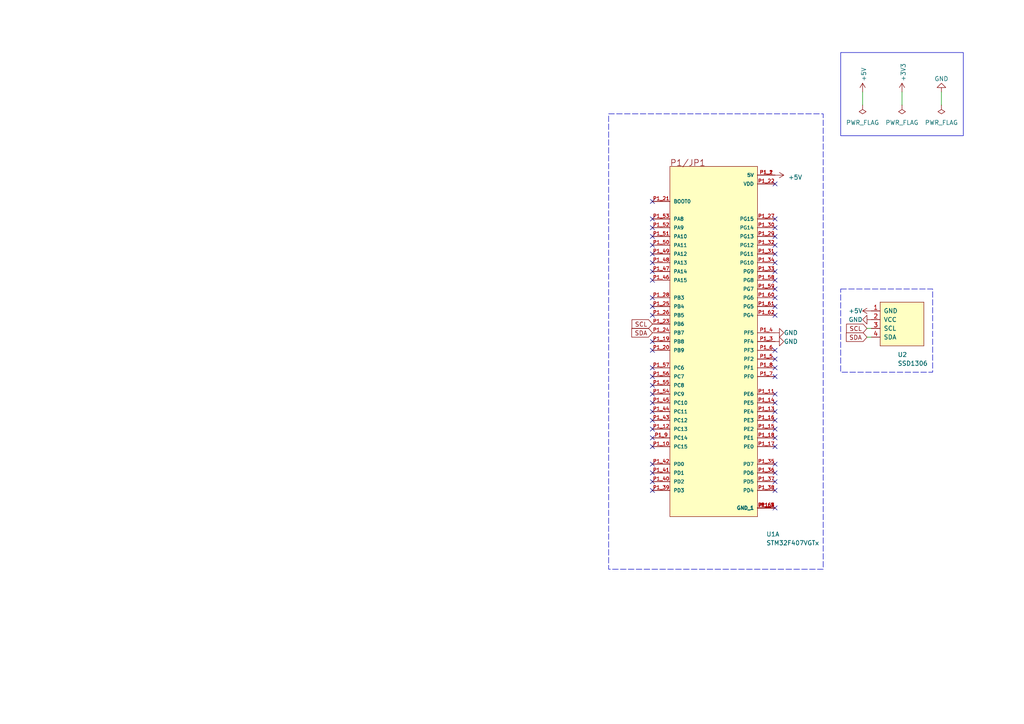
<source format=kicad_sch>
(kicad_sch (version 20230121) (generator eeschema)
  (paper "A4")
  (title_block (title "Phase D STM32 OLED SHIELD ") (rev "1"))
  (lib_symbols
    (symbol "+5V_1" (power) (pin_names (offset 0))
      (property "Value" "+5V_1" (at 0 3.556 0))
      (symbol "+5V_1_0_1"
        (polyline (pts (xy -0.762 1.27) (xy 0 2.54)))
        (polyline (pts (xy 0 0) (xy 0 2.54)))
        (polyline (pts (xy 0 2.54) (xy 0.762 1.27)))
      )
      (symbol "+5V_1_1_1"
        (pin power_in line (at 0 0 90) (length 0) hide (name "+5V") (number "1"))
      )
    )
    (symbol "+5V_2" (power) (pin_names (offset 0))
      (property "Value" "+5V_2" (at 0 3.556 0))
      (symbol "+5V_2_0_1"
        (polyline (pts (xy -0.762 1.27) (xy 0 2.54)))
        (polyline (pts (xy 0 0) (xy 0 2.54)))
        (polyline (pts (xy 0 2.54) (xy 0.762 1.27)))
      )
      (symbol "+5V_2_1_1"
        (pin power_in line (at 0 0 90) (length 0) hide (name "+5V") (number "1"))
      )
    )
    (symbol "GND_1" (power) (pin_names (offset 0))
      (property "Value" "GND_1" (at 0 -3.81 0))
      (symbol "GND_1_0_1"
        (polyline (pts (xy 0 0) (xy 0 -1.27) (xy 1.27 -1.27) (xy 0 -2.54) (xy -1.27 -1.27) (xy 0 -1.27)))
      )
      (symbol "GND_1_1_1"
        (pin power_in line (at 0 0 270) (length 0) hide (name "GND") (number "1"))
      )
    )
    (symbol "SSD1306-128x64_OLED:SSD1306" (pin_names (offset 1.016))
      (property "Reference" "Brd" (at 0 -3.81 0))
      (property "Value" "SSD1306" (at 0 -1.27 0))
      (symbol "SSD1306_0_1"
        (rectangle (start -6.35 6.35) (end 6.35 -6.35) (fill (type background)))
      )
      (symbol "SSD1306_1_1"
        (pin input line (at -3.81 8.89 270) (length 2.54) (name "GND") (number "1"))
        (pin input line (at -1.27 8.89 270) (length 2.54) (name "VCC") (number "2"))
        (pin input line (at 1.27 8.89 270) (length 2.54) (name "SCL") (number "3"))
        (pin input line (at 3.81 8.89 270) (length 2.54) (name "SDA") (number "4"))
      )
    )
    (symbol "STM32F429I-DISC1:STM32F429I-DISC1" (pin_names (offset 1.016))
      (property "Reference" "U" (at -12.7 53.34 0))
      (property "Value" "STM32F429I-DISC1" (at -12.7 -53.34 0))
      (symbol "STM32F429I-DISC1_1_0"
        (rectangle (start -12.7 -50.8) (end 12.7 50.8) (stroke (width 0.1524)) (fill (type background)))
        (text "P1/JP1" (at -12.7 50.8 0) (effects (font (size 1.778 1.778)) (justify left bottom)))
        (pin power_in line (at 17.78 -48.26 180) (length 5.08) (name "GND_1") (number "JP1_1"))
        (pin power_in line (at 17.78 -48.26 180) (length 5.08) (name "GND_1") (number "JP1_2"))
        (pin power_in line (at 17.78 48.26 180) (length 5.08) (name "5V") (number "P1_1"))
        (pin bidirectional line (at -17.78 -30.48 0) (length 5.08) (name "PC15") (number "P1_10"))
        (pin bidirectional line (at 17.78 -15.24 180) (length 5.08) (name "PE6") (number "P1_11"))
        (pin bidirectional line (at -17.78 -25.4 0) (length 5.08) (name "PC13") (number "P1_12"))
        (pin bidirectional line (at 17.78 -20.32 180) (length 5.08) (name "PE4") (number "P1_13"))
        (pin bidirectional line (at 17.78 -17.78 180) (length 5.08) (name "PE5") (number "P1_14"))
        (pin bidirectional line (at 17.78 -25.4 180) (length 5.08) (name "PE2") (number "P1_15"))
        (pin bidirectional line (at 17.78 -22.86 180) (length 5.08) (name "PE3") (number "P1_16"))
        (pin bidirectional line (at 17.78 -30.48 180) (length 5.08) (name "PE0") (number "P1_17"))
        (pin bidirectional line (at 17.78 -27.94 180) (length 5.08) (name "PE1") (number "P1_18"))
        (pin bidirectional line (at -17.78 0 0) (length 5.08) (name "PB8") (number "P1_19"))
        (pin power_in line (at 17.78 48.26 180) (length 5.08) (name "5V") (number "P1_2"))
        (pin bidirectional line (at -17.78 -2.54 0) (length 5.08) (name "PB9") (number "P1_20"))
        (pin input line (at -17.78 40.64 0) (length 5.08) (name "BOOT0") (number "P1_21"))
        (pin power_in line (at 17.78 45.72 180) (length 5.08) (name "VDD") (number "P1_22"))
        (pin bidirectional line (at -17.78 5.08 0) (length 5.08) (name "PB6") (number "P1_23"))
        (pin bidirectional line (at -17.78 2.54 0) (length 5.08) (name "PB7") (number "P1_24"))
        (pin bidirectional line (at -17.78 10.16 0) (length 5.08) (name "PB4") (number "P1_25"))
        (pin bidirectional line (at -17.78 7.62 0) (length 5.08) (name "PB5") (number "P1_26"))
        (pin bidirectional line (at 17.78 35.56 180) (length 5.08) (name "PG15") (number "P1_27"))
        (pin bidirectional line (at -17.78 12.7 0) (length 5.08) (name "PB3") (number "P1_28"))
        (pin bidirectional line (at 17.78 30.48 180) (length 5.08) (name "PG13") (number "P1_29"))
        (pin bidirectional line (at 17.78 0 180) (length 5.08) (name "PF4") (number "P1_3"))
        (pin bidirectional line (at 17.78 33.02 180) (length 5.08) (name "PG14") (number "P1_30"))
        (pin bidirectional line (at 17.78 25.4 180) (length 5.08) (name "PG11") (number "P1_31"))
        (pin bidirectional line (at 17.78 27.94 180) (length 5.08) (name "PG12") (number "P1_32"))
        (pin bidirectional line (at 17.78 20.32 180) (length 5.08) (name "PG9") (number "P1_33"))
        (pin bidirectional line (at 17.78 22.86 180) (length 5.08) (name "PG10") (number "P1_34"))
        (pin bidirectional line (at 17.78 -35.56 180) (length 5.08) (name "PD7") (number "P1_35"))
        (pin bidirectional line (at 17.78 -38.1 180) (length 5.08) (name "PD6") (number "P1_36"))
        (pin bidirectional line (at 17.78 -40.64 180) (length 5.08) (name "PD5") (number "P1_37"))
        (pin bidirectional line (at 17.78 -43.18 180) (length 5.08) (name "PD4") (number "P1_38"))
        (pin bidirectional line (at -17.78 -43.18 0) (length 5.08) (name "PD3") (number "P1_39"))
        (pin bidirectional line (at 17.78 2.54 180) (length 5.08) (name "PF5") (number "P1_4"))
        (pin bidirectional line (at -17.78 -40.64 0) (length 5.08) (name "PD2") (number "P1_40"))
        (pin bidirectional line (at -17.78 -38.1 0) (length 5.08) (name "PD1") (number "P1_41"))
        (pin bidirectional line (at -17.78 -35.56 0) (length 5.08) (name "PD0") (number "P1_42"))
        (pin bidirectional line (at -17.78 -22.86 0) (length 5.08) (name "PC12") (number "P1_43"))
        (pin bidirectional line (at -17.78 -20.32 0) (length 5.08) (name "PC11") (number "P1_44"))
        (pin bidirectional line (at -17.78 -17.78 0) (length 5.08) (name "PC10") (number "P1_45"))
        (pin bidirectional line (at -17.78 17.78 0) (length 5.08) (name "PA15") (number "P1_46"))
        (pin bidirectional line (at -17.78 20.32 0) (length 5.08) (name "PA14") (number "P1_47"))
        (pin bidirectional line (at -17.78 22.86 0) (length 5.08) (name "PA13") (number "P1_48"))
        (pin bidirectional line (at -17.78 25.4 0) (length 5.08) (name "PA12") (number "P1_49"))
        (pin bidirectional line (at 17.78 -5.08 180) (length 5.08) (name "PF2") (number "P1_5"))
        (pin bidirectional line (at -17.78 27.94 0) (length 5.08) (name "PA11") (number "P1_50"))
        (pin bidirectional line (at -17.78 30.48 0) (length 5.08) (name "PA10") (number "P1_51"))
        (pin bidirectional line (at -17.78 33.02 0) (length 5.08) (name "PA9") (number "P1_52"))
        (pin bidirectional line (at -17.78 35.56 0) (length 5.08) (name "PA8") (number "P1_53"))
        (pin bidirectional line (at -17.78 -15.24 0) (length 5.08) (name "PC9") (number "P1_54"))
        (pin bidirectional line (at -17.78 -12.7 0) (length 5.08) (name "PC8") (number "P1_55"))
        (pin bidirectional line (at -17.78 -10.16 0) (length 5.08) (name "PC7") (number "P1_56"))
        (pin bidirectional line (at -17.78 -7.62 0) (length 5.08) (name "PC6") (number "P1_57"))
        (pin bidirectional line (at 17.78 17.78 180) (length 5.08) (name "PG8") (number "P1_58"))
        (pin bidirectional line (at 17.78 15.24 180) (length 5.08) (name "PG7") (number "P1_59"))
        (pin bidirectional line (at 17.78 -2.54 180) (length 5.08) (name "PF3") (number "P1_6"))
        (pin bidirectional line (at 17.78 12.7 180) (length 5.08) (name "PG6") (number "P1_60"))
        (pin bidirectional line (at 17.78 10.16 180) (length 5.08) (name "PG5") (number "P1_61"))
        (pin bidirectional line (at 17.78 7.62 180) (length 5.08) (name "PG4") (number "P1_62"))
        (pin power_in line (at 17.78 -48.26 180) (length 5.08) (name "GND_1") (number "P1_63"))
        (pin power_in line (at 17.78 -48.26 180) (length 5.08) (name "GND_1") (number "P1_64"))
        (pin bidirectional line (at 17.78 -10.16 180) (length 5.08) (name "PF0") (number "P1_7"))
        (pin bidirectional line (at 17.78 -7.62 180) (length 5.08) (name "PF1") (number "P1_8"))
        (pin bidirectional line (at -17.78 -27.94 0) (length 5.08) (name "PC14") (number "P1_9"))
      )
      (symbol "STM32F429I-DISC1_2_0"
        (rectangle (start -12.7 -50.8) (end 12.7 48.26) (stroke (width 0.1524)) (fill (type background)))
        (text "P2/JP2" (at -12.7 48.26 0) (effects (font (size 1.778 1.778)) (justify left bottom)))
        (pin power_in line (at 17.78 -48.26 180) (length 5.08) (name "GND_2") (number "JP2_1"))
        (pin power_in line (at 17.78 -48.26 180) (length 5.08) (name "GND_2") (number "JP2_2"))
        (pin power_in line (at 17.78 45.72 180) (length 5.08) (name "3V") (number "P2_1"))
        (pin bidirectional line (at 17.78 33.02 180) (length 5.08) (name "PH0") (number "P2_10"))
        (pin power_in line (at 17.78 -48.26 180) (length 5.08) (name "GND_2") (number "P2_11"))
        (pin input line (at -17.78 40.64 0) (length 5.08) (name "~{NRST}") (number "P2_12"))
        (pin bidirectional line (at -17.78 -15.24 0) (length 5.08) (name "PC1") (number "P2_13"))
        (pin bidirectional line (at -17.78 -12.7 0) (length 5.08) (name "PC0") (number "P2_14"))
        (pin bidirectional line (at -17.78 -20.32 0) (length 5.08) (name "PC3") (number "P2_15"))
        (pin bidirectional line (at -17.78 -17.78 0) (length 5.08) (name "PC2") (number "P2_16"))
        (pin bidirectional line (at -17.78 33.02 0) (length 5.08) (name "PA1") (number "P2_17"))
        (pin bidirectional line (at -17.78 35.56 0) (length 5.08) (name "PA0") (number "P2_18"))
        (pin bidirectional line (at -17.78 27.94 0) (length 5.08) (name "PA3") (number "P2_19"))
        (pin power_in line (at 17.78 45.72 180) (length 5.08) (name "3V") (number "P2_2"))
        (pin bidirectional line (at -17.78 30.48 0) (length 5.08) (name "PA2") (number "P2_20"))
        (pin bidirectional line (at -17.78 22.86 0) (length 5.08) (name "PA5") (number "P2_21"))
        (pin bidirectional line (at -17.78 25.4 0) (length 5.08) (name "PA4") (number "P2_22"))
        (pin bidirectional line (at -17.78 17.78 0) (length 5.08) (name "PA7") (number "P2_23"))
        (pin bidirectional line (at -17.78 20.32 0) (length 5.08) (name "PA6") (number "P2_24"))
        (pin bidirectional line (at -17.78 -25.4 0) (length 5.08) (name "PC5") (number "P2_25"))
        (pin bidirectional line (at -17.78 -22.86 0) (length 5.08) (name "PC4") (number "P2_26"))
        (pin bidirectional line (at -17.78 10.16 0) (length 5.08) (name "PB1") (number "P2_27"))
        (pin bidirectional line (at -17.78 12.7 0) (length 5.08) (name "PB0") (number "P2_28"))
        (pin power_in line (at 17.78 -48.26 180) (length 5.08) (name "GND_2") (number "P2_29"))
        (pin bidirectional line (at 17.78 -7.62 180) (length 5.08) (name "PF6") (number "P2_3"))
        (pin bidirectional line (at -17.78 7.62 0) (length 5.08) (name "PB2/BOOT1") (number "P2_30"))
        (pin bidirectional line (at 17.78 7.62 180) (length 5.08) (name "PF12") (number "P2_31"))
        (pin bidirectional line (at 17.78 5.08 180) (length 5.08) (name "PF11") (number "P2_32"))
        (pin bidirectional line (at 17.78 12.7 180) (length 5.08) (name "PF14") (number "P2_33"))
        (pin bidirectional line (at 17.78 10.16 180) (length 5.08) (name "PF13") (number "P2_34"))
        (pin bidirectional line (at 17.78 20.32 180) (length 5.08) (name "PG0") (number "P2_35"))
        (pin bidirectional line (at 17.78 15.24 180) (length 5.08) (name "PF15") (number "P2_36"))
        (pin bidirectional line (at 17.78 -33.02 180) (length 5.08) (name "PE7") (number "P2_37"))
        (pin bidirectional line (at 17.78 22.86 180) (length 5.08) (name "PG1") (number "P2_38"))
        (pin bidirectional line (at 17.78 -27.94 180) (length 5.08) (name "PE9") (number "P2_39"))
        (pin bidirectional line (at 17.78 -30.48 180) (length 5.08) (name "PE8") (number "P2_40"))
        (pin bidirectional line (at 17.78 -22.86 180) (length 5.08) (name "PE11") (number "P2_41"))
        (pin bidirectional line (at 17.78 -25.4 180) (length 5.08) (name "PE10") (number "P2_42"))
        (pin bidirectional line (at 17.78 -17.78 180) (length 5.08) (name "PE13") (number "P2_43"))
        (pin bidirectional line (at 17.78 -20.32 180) (length 5.08) (name "PE12") (number "P2_44"))
        (pin bidirectional line (at 17.78 -12.7 180) (length 5.08) (name "PE15") (number "P2_45"))
        (pin bidirectional line (at 17.78 -15.24 180) (length 5.08) (name "PE14") (number "P2_46"))
        (pin bidirectional line (at -17.78 2.54 0) (length 5.08) (name "PB11") (number "P2_47"))
        (pin bidirectional line (at -17.78 5.08 0) (length 5.08) (name "PB10") (number "P2_48"))
        (pin bidirectional line (at -17.78 -2.54 0) (length 5.08) (name "PB13") (number "P2_49"))
        (pin bidirectional line (at 17.78 -2.54 180) (length 5.08) (name "PF8") (number "P2_5"))
        (pin bidirectional line (at -17.78 0 0) (length 5.08) (name "PB12") (number "P2_50"))
        (pin bidirectional line (at -17.78 -7.62 0) (length 5.08) (name "PB15") (number "P2_51"))
        (pin bidirectional line (at -17.78 -5.08 0) (length 5.08) (name "PB14") (number "P2_52"))
        (pin bidirectional line (at -17.78 -35.56 0) (length 5.08) (name "PD9") (number "P2_53"))
        (pin bidirectional line (at -17.78 -33.02 0) (length 5.08) (name "PD8") (number "P2_54"))
        (pin bidirectional line (at -17.78 -40.64 0) (length 5.08) (name "PD11") (number "P2_55"))
        (pin bidirectional line (at -17.78 -38.1 0) (length 5.08) (name "PD10") (number "P2_56"))
        (pin bidirectional line (at 17.78 -43.18 180) (length 5.08) (name "PD13") (number "P2_57"))
        (pin bidirectional line (at -17.78 -43.18 0) (length 5.08) (name "PD12") (number "P2_58"))
        (pin bidirectional line (at 17.78 -38.1 180) (length 5.08) (name "PD15") (number "P2_59"))
        (pin bidirectional line (at 17.78 -5.08 180) (length 5.08) (name "PF7") (number "P2_6"))
        (pin bidirectional line (at 17.78 -40.64 180) (length 5.08) (name "PD14") (number "P2_60"))
        (pin bidirectional line (at 17.78 27.94 180) (length 5.08) (name "PG3") (number "P2_61"))
        (pin bidirectional line (at 17.78 25.4 180) (length 5.08) (name "PG2") (number "P2_62"))
        (pin power_in line (at 17.78 -48.26 180) (length 5.08) (name "GND_2") (number "P2_63"))
        (pin power_in line (at 17.78 -48.26 180) (length 5.08) (name "GND_2") (number "P2_64"))
        (pin bidirectional line (at 17.78 2.54 180) (length 5.08) (name "PF10") (number "P2_7"))
        (pin bidirectional line (at 17.78 0 180) (length 5.08) (name "PF9") (number "P2_8"))
        (pin bidirectional line (at 17.78 35.56 180) (length 5.08) (name "PH1") (number "P2_9"))
      )
    )
    (symbol "power:+3V3" (power) (pin_names (offset 0))
      (property "Value" "+3V3" (at 0 3.556 0))
      (symbol "+3V3_0_1"
        (polyline (pts (xy -0.762 1.27) (xy 0 2.54)))
        (polyline (pts (xy 0 0) (xy 0 2.54)))
        (polyline (pts (xy 0 2.54) (xy 0.762 1.27)))
      )
      (symbol "+3V3_1_1"
        (pin power_in line (at 0 0 90) (length 0) hide (name "+3V3") (number "1"))
      )
    )
    (symbol "power:+5V" (power) (pin_names (offset 0))
      (property "Value" "+5V" (at 0 3.556 0))
      (symbol "+5V_0_1"
        (polyline (pts (xy -0.762 1.27) (xy 0 2.54)))
        (polyline (pts (xy 0 0) (xy 0 2.54)))
        (polyline (pts (xy 0 2.54) (xy 0.762 1.27)))
      )
      (symbol "+5V_1_1"
        (pin power_in line (at 0 0 90) (length 0) hide (name "+5V") (number "1"))
      )
    )
    (symbol "power:GND" (power) (pin_names (offset 0))
      (property "Value" "GND" (at 0 -3.81 0))
      (symbol "GND_0_1"
        (polyline (pts (xy 0 0) (xy 0 -1.27) (xy 1.27 -1.27) (xy 0 -2.54) (xy -1.27 -1.27) (xy 0 -1.27)))
      )
      (symbol "GND_1_1"
        (pin power_in line (at 0 0 270) (length 0) hide (name "GND") (number "1"))
      )
    )
    (symbol "power:PWR_FLAG" (power) (pin_numbers hide) (pin_names (offset 0) hide)
      (property "Value" "PWR_FLAG" (at 0 3.81 0))
      (symbol "PWR_FLAG_0_0"
        (pin power_out line (at 0 0 90) (length 0) (name "pwr") (number "1"))
      )
      (symbol "PWR_FLAG_0_1"
        (polyline (pts (xy 0 0) (xy 0 1.27) (xy -1.016 1.905) (xy 0 2.54) (xy 1.016 1.905) (xy 0 1.27)))
      )
    )
  )
  (no_connect (at 189.23 66.04))
  (no_connect (at 224.79 71.12))
  (no_connect (at 224.79 119.38))
  (no_connect (at 224.79 91.44))
  (no_connect (at 224.79 142.24))
  (no_connect (at 189.23 91.44))
  (no_connect (at 224.79 86.36))
  (no_connect (at 224.79 139.7))
  (no_connect (at 189.23 127))
  (no_connect (at 189.23 109.22))
  (no_connect (at 224.79 124.46))
  (no_connect (at 189.23 111.76))
  (no_connect (at 224.79 104.14))
  (no_connect (at 189.23 137.16))
  (no_connect (at 189.23 88.9))
  (no_connect (at 189.23 68.58))
  (no_connect (at 224.79 106.68))
  (no_connect (at 189.23 63.5))
  (no_connect (at 189.23 99.06))
  (no_connect (at 224.79 129.54))
  (no_connect (at 189.23 106.68))
  (no_connect (at 189.23 134.62))
  (no_connect (at 189.23 124.46))
  (no_connect (at 224.79 121.92))
  (no_connect (at 189.23 119.38))
  (no_connect (at 189.23 76.2))
  (no_connect (at 189.23 139.7))
  (no_connect (at 224.79 101.6))
  (no_connect (at 189.23 121.92))
  (no_connect (at 224.79 88.9))
  (no_connect (at 189.23 116.84))
  (no_connect (at 189.23 129.54))
  (no_connect (at 189.23 142.24))
  (no_connect (at 189.23 73.66))
  (no_connect (at 224.79 53.34))
  (no_connect (at 189.23 86.36))
  (no_connect (at 189.23 101.6))
  (no_connect (at 224.79 68.58))
  (no_connect (at 224.79 78.74))
  (no_connect (at 224.79 73.66))
  (no_connect (at 189.23 58.42))
  (no_connect (at 224.79 63.5))
  (no_connect (at 224.79 147.32))
  (no_connect (at 189.23 81.28))
  (no_connect (at 224.79 137.16))
  (no_connect (at 224.79 116.84))
  (no_connect (at 224.79 83.82))
  (no_connect (at 224.79 109.22))
  (no_connect (at 224.79 76.2))
  (no_connect (at 224.79 134.62))
  (no_connect (at 224.79 114.3))
  (no_connect (at 224.79 81.28))
  (no_connect (at 189.23 114.3))
  (no_connect (at 189.23 71.12))
  (no_connect (at 224.79 127))
  (no_connect (at 224.79 66.04))
  (no_connect (at 189.23 78.74))
  (wire (pts (xy 261.62 26.67) (xy 261.62 30.48)))
  (wire (pts (xy 251.46 97.79) (xy 252.73 97.79)))
  (wire (pts (xy 273.05 26.67) (xy 273.05 30.48)))
  (wire (pts (xy 251.46 95.25) (xy 252.73 95.25)))
  (wire (pts (xy 250.19 26.67) (xy 250.19 30.48)))
  (rectangle (start 243.84 83.82) (end 270.51 107.95) (stroke (width 0) (type dash)))
  (rectangle (start 243.84 15.24) (end 279.4 39.37))
  (rectangle (start 176.53 33.02) (end 238.76 165.1) (stroke (width 0) (type dash)))
  (global_label "SCL" (shape input) (at 189.23 93.98 180) (property "Intersheetrefs" "${INTERSHEET_REFS}" (effects hide)))
  (global_label "SDA" (shape input) (at 189.23 96.52 180) (property "Intersheetrefs" "${INTERSHEET_REFS}" (effects hide)))
  (global_label "SDA" (shape input) (at 251.46 97.79 180) (property "Intersheetrefs" "${INTERSHEET_REFS}" (effects hide)))
  (global_label "SCL" (shape input) (at 251.46 95.25 180) (property "Intersheetrefs" "${INTERSHEET_REFS}" (effects hide)))
  (symbol (lib_name "+5V_2") (lib_id "power:+5V") (at 252.73 90.17 90) (unit 1)
    (property "Reference" "#PWR05" (effects hide))
    (property "Value" "+5V" (at 250.19 90.17 90) (effects (justify left)))
  )
  (symbol (lib_id "STM32F429I-DISC1:STM32F429I-DISC1") (at 207.01 99.06 0) (unit 1)
    (property "Reference" "U1" (at 222.25 154.94 0) (effects (justify left)))
    (property "Value" "STM32F407VGTx" (at 222.25 157.48 0) (effects (justify left)))
    (property "Footprint" "STM32F429I-DISC1:MODULE_STM32F429I-DISC1" (effects hide))
    (property "Datasheet" "http://www.st.com/st-web-ui/static/active/en/resource/technical/document/datasheet/DM00037051.pdf" (effects hide))
    (property "PARTREV" "1.0" (effects hide))
    (property "STANDARD" "Manufacturer recommendations" (effects hide))
    (property "MANUFACTURER" "STMicroelectronics" (effects hide))
  )
  (symbol (lib_id "power:+3V3") (at 261.62 26.67 0) (unit 1)
    (property "Reference" "#PWR02" (effects hide))
    (property "Value" "+3.3V" (at 262.001 23.622 90) (effects (justify left)))
  )
  (symbol (lib_name "+5V_1") (lib_id "power:+5V") (at 224.79 50.8 270) (unit 1)
    (property "Reference" "#PWR04" (effects hide))
    (property "Value" "+5V" (at 228.6 51.435 90) (effects (justify left)))
  )
  (symbol (lib_id "power:PWR_FLAG") (at 261.62 30.48 180) (unit 1)
    (property "Reference" "#FLG02" (effects hide))
    (property "Value" "PWR_FLAG" (at 261.62 35.56 0))
  )
  (symbol (lib_id "power:PWR_FLAG") (at 273.05 30.48 180) (unit 1)
    (property "Reference" "#FLG03" (effects hide))
    (property "Value" "PWR_FLAG" (at 273.05 35.56 0))
  )
  (symbol (lib_id "power:PWR_FLAG") (at 250.19 30.48 180) (unit 1)
    (property "Reference" "#FLG01" (effects hide))
    (property "Value" "PWR_FLAG" (at 250.19 35.56 0))
  )
  (symbol (lib_id "power:GND") (at 252.73 92.71 270) (unit 1)
    (property "Reference" "#PWR06" (effects hide))
    (property "Value" "GND" (at 250.19 92.71 90) (effects (justify right)))
  )
  (symbol (lib_id "power:GND") (at 224.79 96.52 90) (unit 1)
    (property "Reference" "#PWR08" (effects hide))
    (property "Value" "GND" (at 227.33 96.52 90) (effects (justify right)))
  )
  (symbol (lib_name "GND_1") (lib_id "power:GND") (at 273.05 26.67 180) (unit 1)
    (property "Reference" "#PWR03" (effects hide))
    (property "Value" "GND" (at 273.05 22.86 0))
  )
  (symbol (lib_id "power:+5V") (at 250.19 26.67 0) (unit 1)
    (property "Reference" "#PWR01" (effects hide))
    (property "Value" "+5V" (at 250.5456 23.622 90) (effects (justify left)))
  )
  (symbol (lib_id "power:GND") (at 224.79 99.06 90) (unit 1)
    (property "Reference" "#PWR07" (effects hide))
    (property "Value" "GND" (at 227.33 99.06 90) (effects (justify right)))
  )
  (symbol (lib_id "SSD1306-128x64_OLED:SSD1306") (at 261.62 93.98 90) (mirror x) (unit 1)
    (property "Reference" "U2" (at 260.35 102.87 90) (effects (justify right)))
    (property "Value" "SSD1306" (at 260.35 105.41 90) (effects (justify right)))
    (property "Footprint" "SSD1306:128x64OLED" (effects hide))
  )
)
</source>
